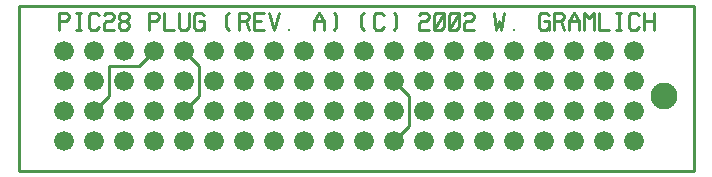
<source format=gtl>
%MOIN*%
%FSLAX25Y25*%
G04 D10 used for Character Trace; *
G04     Circle (OD=.01000) (No hole)*
G04 D11 used for Power Trace; *
G04     Circle (OD=.06700) (No hole)*
G04 D12 used for Signal Trace; *
G04     Circle (OD=.01100) (No hole)*
G04 D13 used for Via; *
G04     Circle (OD=.05800) (Round. Hole ID=.02800)*
G04 D14 used for Component hole; *
G04     Circle (OD=.06500) (Round. Hole ID=.03500)*
G04 D15 used for Component hole; *
G04     Circle (OD=.06600) (Round. Hole ID=.04200)*
G04 D16 used for Component hole; *
G04     Circle (OD=.08200) (Round. Hole ID=.05200)*
G04 D17 used for Component hole; *
G04     Circle (OD=.08950) (Round. Hole ID=.05950)*
G04 D18 used for Component hole; *
G04     Circle (OD=.11600) (Round. Hole ID=.08600)*
G04 D19 used for Component hole; *
G04     Circle (OD=.15500) (Round. Hole ID=.12500)*
G04 D20 used for Component hole; *
G04     Circle (OD=.18200) (Round. Hole ID=.15200)*
G04 D21 used for Component hole; *
G04     Circle (OD=.24300) (Round. Hole ID=.21300)*
%ADD10C,.01000*%
%ADD11C,.06700*%
%ADD12C,.01100*%
%ADD13C,.05800*%
%ADD14C,.06500*%
%ADD15C,.06600*%
%ADD16C,.08200*%
%ADD17C,.08950*%
%ADD18C,.11600*%
%ADD19C,.15500*%
%ADD20C,.18200*%
%ADD21C,.24300*%
%IPPOS*%
%LPD*%
G90*X0Y0D02*D15*X15000Y10000D03*Y20000D03*        
X25000Y10000D03*Y20000D03*D12*X30000Y25000D01*    
Y35000D01*X40000D01*X45000Y40000D01*D15*D03*      
X55000Y30000D03*X35000D03*X55000Y40000D03*D12*    
X60000Y35000D01*Y25000D01*X55000Y20000D01*D15*D03*
X65000Y10000D03*Y30000D03*X45000D03*Y10000D03*    
X65000Y20000D03*X45000D03*X55000Y10000D03*        
X75000Y40000D03*X35000D03*X75000Y10000D03*        
X65000Y40000D03*X75000Y20000D03*X35000D03*        
X75000Y30000D03*X35000Y10000D03*X25000Y40000D03*  
X85000Y10000D03*X25000Y30000D03*X85000Y20000D03*  
Y30000D03*Y40000D03*D10*X13326Y47129D02*Y52871D01*
X15837D01*X16674Y51914D01*Y50957D01*              
X15837Y50000D01*X13326D01*X20000Y47129D02*        
Y52871D01*X19163Y47129D02*X20837D01*              
X19163Y52871D02*X20837D01*X26674Y48086D02*        
X25837Y47129D01*X24163D01*X23326Y48086D01*        
Y51914D01*X24163Y52871D01*X25837D01*              
X26674Y51914D01*X28326D02*X29163Y52871D01*        
X30837D01*X31674Y51914D01*Y50957D01*              
X30837Y50000D01*X29163D01*X28326Y49043D01*        
Y47129D01*X31674D01*X34163Y50000D02*              
X33326Y50957D01*Y51914D01*X34163Y52871D01*        
X35837D01*X36674Y51914D01*Y50957D01*              
X35837Y50000D01*X34163D01*X33326Y49043D01*        
Y48086D01*X34163Y47129D01*X35837D01*              
X36674Y48086D01*Y49043D01*X35837Y50000D01*        
X43326Y47129D02*Y52871D01*X45837D01*              
X46674Y51914D01*Y50957D01*X45837Y50000D01*        
X43326D01*X48326Y52871D02*Y47129D01*X51674D01*    
X56674Y52871D02*Y48086D01*X55837Y47129D01*        
X54163D01*X53326Y48086D01*Y52871D01*              
X61674Y48086D02*X60837Y47129D01*X59163D01*        
X58326Y48086D01*Y51914D01*X59163Y52871D01*        
X60837D01*X61674Y51914D01*X60000Y50000D02*        
X61674D01*Y47129D01*X70000Y52871D02*              
X69163Y51914D01*Y48086D01*X70000Y47129D01*        
X73326D02*Y52871D01*X75837D01*X76674Y51914D01*    
Y50957D01*X75837Y50000D01*X73326D01*X75837D02*    
X76674Y47129D01*X81674D02*X78326D01*Y52871D01*    
X81674D01*X78326Y50000D02*X80837D01*              
X83326Y52871D02*X85000Y47129D01*X86674Y52871D01*  
X90000Y47129D03*X98326D02*Y50000D01*              
X100000Y52871D01*X101674Y50000D01*Y47129D01*      
X98326Y50000D02*X101674D01*X105000Y52871D02*      
X105837Y51914D01*Y48086D01*X105000Y47129D01*      
X115000Y52871D02*X114163Y51914D01*Y48086D01*      
X115000Y47129D01*X121674Y48086D02*                
X120837Y47129D01*X119163D01*X118326Y48086D01*     
Y51914D01*X119163Y52871D01*X120837D01*            
X121674Y51914D01*X125000Y52871D02*                
X125837Y51914D01*Y48086D01*X125000Y47129D01*      
X133326Y51914D02*X134163Y52871D01*X135837D01*     
X136674Y51914D01*Y50957D01*X135837Y50000D01*      
X134163D01*X133326Y49043D01*Y47129D01*X136674D01* 
X141674Y48086D02*X140837Y47129D01*X139163D01*     
X138326Y48086D01*Y51914D01*X139163Y52871D01*      
X140837D01*X141674Y51914D01*Y48086D01*            
X138326Y47129D02*X141674Y52871D01*                
X146674Y48086D02*X145837Y47129D01*X144163D01*     
X143326Y48086D01*Y51914D01*X144163Y52871D01*      
X145837D01*X146674Y51914D01*Y48086D01*            
X143326Y47129D02*X146674Y52871D01*                
X148326Y51914D02*X149163Y52871D01*X150837D01*     
X151674Y51914D01*Y50957D01*X150837Y50000D01*      
X149163D01*X148326Y49043D01*Y47129D01*X151674D01* 
X158326Y52871D02*X159163Y47129D01*                
X160000Y50000D01*X160837Y47129D01*                
X161674Y52871D01*X165000Y47129D03*                
X176674Y48086D02*X175837Y47129D01*X174163D01*     
X173326Y48086D01*Y51914D01*X174163Y52871D01*      
X175837D01*X176674Y51914D01*X175000Y50000D02*     
X176674D01*Y47129D01*X178326D02*Y52871D01*        
X180837D01*X181674Y51914D01*Y50957D01*            
X180837Y50000D01*X178326D01*X180837D02*           
X181674Y47129D01*X183326D02*Y50000D01*            
X185000Y52871D01*X186674Y50000D01*Y47129D01*      
X183326Y50000D02*X186674D01*X188326Y47129D02*     
Y52871D01*X190000Y50957D01*X191674Y52871D01*      
Y47129D01*X193326Y52871D02*Y47129D01*X196674D01*  
X200000D02*Y52871D01*X199163Y47129D02*X200837D01* 
X199163Y52871D02*X200837D01*X206674Y48086D02*     
X205837Y47129D01*X204163D01*X203326Y48086D01*     
Y51914D01*X204163Y52871D01*X205837D01*            
X206674Y51914D01*X208326Y47129D02*Y52871D01*      
X211674Y47129D02*Y52871D01*X208326Y50000D02*      
X211674D01*D15*X15000Y40000D03*X95000Y10000D03*   
X15000Y30000D03*X95000Y20000D03*Y30000D03*        
Y40000D03*X105000Y10000D03*Y20000D03*Y30000D03*   
Y40000D03*D12*X0Y0D02*Y55000D01*Y0D02*X225000D01* 
Y55000D01*X0D01*D15*X115000Y10000D03*Y20000D03*   
Y30000D03*Y40000D03*X125000Y10000D03*D12*         
X130000Y15000D01*Y25000D01*X125000Y30000D01*D15*  
D03*X135000Y20000D03*Y40000D03*Y30000D03*         
X125000Y40000D03*Y20000D03*X145000Y10000D03*      
Y20000D03*Y30000D03*Y40000D03*X135000Y10000D03*   
X155000D03*Y20000D03*Y30000D03*Y40000D03*         
X165000Y10000D03*Y20000D03*Y30000D03*Y40000D03*   
X175000Y10000D03*Y20000D03*Y30000D03*Y40000D03*   
X185000Y10000D03*Y20000D03*Y30000D03*Y40000D03*   
X195000Y10000D03*Y20000D03*Y30000D03*Y40000D03*   
X205000Y10000D03*Y20000D03*Y30000D03*Y40000D03*   
D17*X215000Y25000D03*M02*                         

</source>
